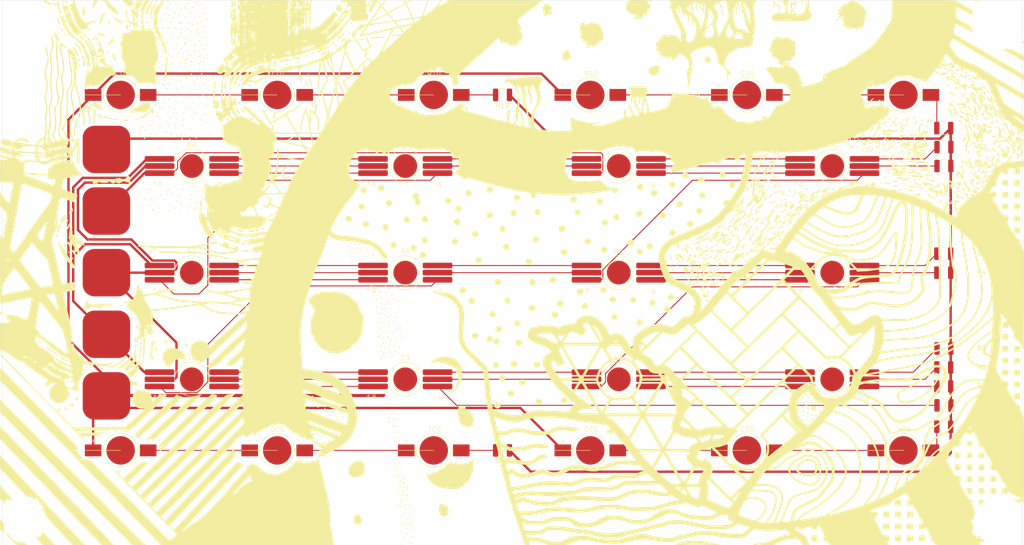
<source format=kicad_pcb>
(kicad_pcb (version 20240108) (generator "pcbnew") (generator_version "8.0")
  (layers (0 "F.Cu" signal) (31 "B.Cu" signal) (34 "B.Paste" user) (35 "F.Paste" user) (36 "B.SilkS" user "B.Silkscreen") (37 "F.SilkS" user "F.Silkscreen") (38 "B.Mask" user) (39 "F.Mask" user) (44 "Edge.Cuts" user))
  (net 0 "")
  (net 1 "G+")
  (net 2 "Net-(D1-RK)")
  (net 3 "Net-(D1-GK)")
  (net 4 "Net-(D1-RA)")
  (net 5 "Net-(D1-BK)")
  (net 6 "B+")
  (net 7 "Net-(D2-RK)")
  (net 8 "Net-(D2-BK)")
  (net 9 "Net-(D2-GK)")
  (net 10 "Net-(D3-BA)")
  (net 11 "Net-(D3-GK)")
  (net 12 "Net-(D3-RA)")
  (net 13 "Net-(D3-RK)")
  (net 14 "Net-(D3-GA)")
  (net 15 "Net-(D3-BK)")
  (net 16 "Net-(D4-RA)")
  (net 17 "Net-(D10-RK)")
  (net 18 "Net-(D5-GK)")
  (net 19 "Net-(D5-BK)")
  (net 20 "Net-(D5-RK)")
  (net 21 "Net-(D6-BK)")
  (net 22 "Net-(D6-GK)")
  (net 23 "Net-(D7-GA)")
  (net 24 "Net-(D7-BK)")
  (net 25 "Net-(D7-BA)")
  (net 26 "Net-(D7-GK)")
  (net 27 "Net-(D7-RA)")
  (net 28 "Net-(D11-RK)")
  (net 29 "R+")
  (net 30 "Net-(D10-RA)")
  (net 31 "Net-(D10-BA)")
  (net 32 "Net-(D10-GA)")
  (net 33 "Net-(D10-GK)")
  (net 34 "Net-(D10-BK)")
  (net 35 "Net-(D11-BK)")
  (net 36 "Net-(D11-GA)")
  (net 37 "Net-(D11-BA)")
  (net 38 "Net-(D11-GK)")
  (net 39 "Net-(D11-RA)")
  (net 40 "W+")
  (net 41 "Net-(D13-K)")
  (net 42 "Net-(D14-K)")
  (net 43 "Net-(D14-A)")
  (net 44 "Net-(D15-A)")
  (net 45 "Net-(D17-K)")
  (net 46 "Net-(D18-K)")
  (net 47 "Net-(D19-K)")
  (net 48 "Net-(D20-K)")
  (net 49 "Net-(D21-K)")
  (net 50 "Net-(D22-K)")
  (net 51 "Net-(D23-K)")
  (net 52 "Net-(D24-K)")
  (net 53 "GND")
  (footprint "Resistor_SMD:R_1210_3225Metric" (layer "F.Cu") (at 263.5 92.5)
    (property "Reference" "R6" (at 8 0 0) (layer "F.SilkS"))
    (property "Value" "1R")
    (pad "1" smd roundrect (at -1.4625 0) (size 1.125 2.65) (layers "F.Cu" "F.Paste" "F.Mask") (roundrect_rratio 0.222222) (net 11 "Net-(D3-GK)"))
    (pad "2" smd roundrect (at 1.4625 0) (size 1.125 2.65) (layers "F.Cu" "F.Paste" "F.Mask") (roundrect_rratio 0.222222) (net 53 "GND"))
  )
  (footprint "chrislib:RGB LED" (layer "F.Cu") (at 195 72.5 180)
    (property "Reference" "D8" (at 0 4.6 180) (layer "F.SilkS") (effects (font (thickness 0.1))))
    (property "Value" "LED_RGB")
    (fp_text user "R-" (at -7.9 -3.3 180) (layer "F.SilkS") (effects (font (thickness 0.1)) (justify left bottom)))
    (fp_text user "R+" (at 6.075 -3 180) (layer "F.SilkS") (effects (font (thickness 0.1)) (justify left bottom)))
    (pad "0" smd circle (at 0 0 180) (size 5 5) (layers "F.Cu" "F.Paste" "F.Mask"))
    (pad "1" smd roundrect (at -6.8 -1.5 180) (size 6.25 1.2) (layers "F.Cu" "F.Paste" "F.Mask") (net 27 "Net-(D7-RA)"))
    (pad "2" smd roundrect (at -6.8 0 180) (size 6.25 1.2) (layers "F.Cu" "F.Paste" "F.Mask") (net 23 "Net-(D7-GA)"))
    (pad "3" smd roundrect (at -6.8 1.5 180) (size 6.25 1.2) (layers "F.Cu" "F.Paste" "F.Mask") (net 25 "Net-(D7-BA)"))
    (pad "4" smd roundrect (at 6.8 1.5 180) (size 6.25 1.2) (layers "F.Cu" "F.Paste" "F.Mask") (net 21 "Net-(D6-BK)"))
    (pad "5" smd roundrect (at 6.8 0 180) (size 6.25 1.2) (layers "F.Cu" "F.Paste" "F.Mask") (net 22 "Net-(D6-GK)"))
    (pad "6" smd roundrect (at 6.8 -1.5 180) (size 6.25 1.2) (layers "F.Cu" "F.Paste" "F.Mask") (net 28 "Net-(D11-RK)"))
  )
  (footprint "chrislib:White Led Aliexpress ones" (layer "F.Cu") (at 222 110 180)
    (property "Reference" "D23" (at -0.1 4.5 180) (layer "F.SilkS") (effects (font (thickness 0.1))))
    (property "Value" "LED")
    (fp_text user "-" (at -6.5 2.3 180) (layer "F.SilkS") (effects (font (thickness 0.1)) (justify left bottom)))
    (fp_text user "+" (at 5.1 2.5 180) (layer "F.SilkS") (effects (font (thickness 0.1)) (justify left bottom)))
    (pad "0" smd circle (at 0 0 180) (size 6 6) (layers "F.Cu" "F.Paste" "F.Mask"))
    (pad "1" smd roundrect (at -5.8 0 180) (size 3.5 2.5) (layers "F.Cu" "F.Paste" "F.Mask") (roundrect_rratio 0.04166666667) (net 51 "Net-(D23-K)"))
    (pad "2" smd roundrect (at 5.8 0 180) (size 3.5 2.5) (layers "F.Cu" "F.Paste" "F.Mask") (roundrect_rratio 0.04166666667) (net 50 "Net-(D22-K)"))
  )
  (footprint "MountingHole:MountingHole_3.2mm_M3" (layer "F.Cu") (at 70 20)
    (property "Reference" "REF**" (hide yes))
    (property "Value" "MountingHole_3.2mm_M3" (hide yes))
    (pad "" np_thru_hole circle (at 0 0) (size 3.2 3.2) (drill 3.2) (layers "*.Cu" "*.Mask"))
  )
  (footprint "Resistor_SMD:R_1210_3225Metric" (layer "F.Cu") (at 263.5 68.5)
    (property "Reference" "R3" (at 8 0 0) (layer "F.SilkS"))
    (property "Value" "1R")
    (pad "1" smd roundrect (at -1.4625 0) (size 1.125 2.65) (layers "F.Cu" "F.Paste" "F.Mask") (roundrect_rratio 0.222222) (net 24 "Net-(D7-BK)"))
    (pad "2" smd roundrect (at 1.4625 0) (size 1.125 2.65) (layers "F.Cu" "F.Paste" "F.Mask") (roundrect_rratio 0.222222) (net 53 "GND"))
  )
  (footprint "chrislib:RGB LED" (layer "F.Cu") (at 240 72.5 180)
    (property "Reference" "D7" (at 0 4.6 180) (layer "F.SilkS") (effects (font (thickness 0.1))))
    (property "Value" "LED_RGB")
    (fp_text user "R+" (at 6.075 -3 180) (layer "F.SilkS") (effects (font (thickness 0.1)) (justify left bottom)))
    (fp_text user "R-" (at -7.9 -3.3 180) (layer "F.SilkS") (effects (font (thickness 0.1)) (justify left bottom)))
    (pad "0" smd circle (at 0 0 180) (size 5 5) (layers "F.Cu" "F.Paste" "F.Mask"))
    (pad "1" smd roundrect (at -6.8 -1.5 180) (size 6.25 1.2) (layers "F.Cu" "F.Paste" "F.Mask") (net 16 "Net-(D4-RA)"))
    (pad "2" smd roundrect (at -6.8 0 180) (size 6.25 1.2) (layers "F.Cu" "F.Paste" "F.Mask") (net 26 "Net-(D7-GK)"))
    (pad "3" smd roundrect (at -6.8 1.5 180) (size 6.25 1.2) (layers "F.Cu" "F.Paste" "F.Mask") (net 24 "Net-(D7-BK)"))
    (pad "4" smd roundrect (at 6.8 1.5 180) (size 6.25 1.2) (layers "F.Cu" "F.Paste" "F.Mask") (net 25 "Net-(D7-BA)"))
    (pad "5" smd roundrect (at 6.8 0 180) (size 6.25 1.2) (layers "F.Cu" "F.Paste" "F.Mask") (net 23 "Net-(D7-GA)"))
    (pad "6" smd roundrect (at 6.8 -1.5 180) (size 6.25 1.2) (layers "F.Cu" "F.Paste" "F.Mask") (net 27 "Net-(D7-RA)"))
  )
  (footprint "chrislib:White Led Aliexpress ones" (layer "F.Cu") (at 222 35 180)
    (property "Reference" "D15" (at -0.1 4.5 180) (layer "F.SilkS") (effects (font (thickness 0.1))))
    (property "Value" "LED")
    (fp_text user "+" (at 5.1 2.5 180) (layer "F.SilkS") (effects (font (thickness 0.1)) (justify left bottom)))
    (fp_text user "-" (at -6.5 2.3 180) (layer "F.SilkS") (effects (font (thickness 0.1)) (justify left bottom)))
    (pad "0" smd circle (at 0 0 180) (size 6 6) (layers "F.Cu" "F.Paste" "F.Mask"))
    (pad "1" smd roundrect (at -5.8 0 180) (size 3.5 2.5) (layers "F.Cu" "F.Paste" "F.Mask") (roundrect_rratio 0.04166666667) (net 43 "Net-(D14-A)"))
    (pad "2" smd roundrect (at 5.8 0 180) (size 3.5 2.5) (layers "F.Cu" "F.Paste" "F.Mask") (roundrect_rratio 0.04166666667) (net 44 "Net-(D15-A)"))
  )
  (footprint "Resistor_SMD:R_1210_3225Metric" (layer "F.Cu") (at 263.5 105 180)
    (property "Reference" "R12" (at -8.5 0 180) (layer "F.SilkS"))
    (property "Value" "R")
    (pad "1" smd roundrect (at -1.4625 0 180) (size 1.125 2.65) (layers "F.Cu" "F.Paste" "F.Mask") (roundrect_rratio 0.222222) (net 53 "GND"))
    (pad "2" smd roundrect (at 1.4625 0 180) (size 1.125 2.65) (layers "F.Cu" "F.Paste" "F.Mask") (roundrect_rratio 0.222222) (net 52 "Net-(D24-K)"))
  )
  (footprint "LOGO" (layer "F.Cu") (at 172.5 72.5)
    (property "Reference" "G***" (hide yes))
    (property "Value" "LOGO" (hide yes))
  )
  (footprint "chrislib:RGB LED" (layer "F.Cu") (at 105 50 180)
    (property "Reference" "D9" (at 0 4.6 180) (layer "F.SilkS") (effects (font (thickness 0.1))))
    (property "Value" "LED_RGB")
    (fp_text user "R-" (at -7.9 -3.3 180) (layer "F.SilkS") (effects (font (thickness 0.1)) (justify left bottom)))
    (fp_text user "R+" (at 6.075 -3 180) (layer "F.SilkS") (effects (font (thickness 0.1)) (justify left bottom)))
    (pad "0" smd circle (at 0 0 180) (size 5 5) (layers "F.Cu" "F.Paste" "F.Mask"))
    (pad "1" smd roundrect (at -6.8 -1.5 180) (size 6.25 1.2) (layers "F.Cu" "F.Paste" "F.Mask") (net 30 "Net-(D10-RA)"))
    (pad "2" smd roundrect (at -6.8 0 180) (size 6.25 1.2) (layers "F.Cu" "F.Paste" "F.Mask") (net 32 "Net-(D10-GA)"))
    (pad "3" smd roundrect (at -6.8 1.5 180) (size 6.25 1.2) (layers "F.Cu" "F.Paste" "F.Mask") (net 31 "Net-(D10-BA)"))
    (pad "4" smd roundrect (at 6.8 1.5 180) (size 6.25 1.2) (layers "F.Cu" "F.Paste" "F.Mask") (net 6 "B+"))
    (pad "5" smd roundrect (at 6.8 0 180) (size 6.25 1.2) (layers "F.Cu" "F.Paste" "F.Mask") (net 1 "G+"))
    (pad "6" smd roundrect (at 6.8 -1.5 180) (size 6.25 1.2) (layers "F.Cu" "F.Paste" "F.Mask") (net 29 "R+"))
  )
  (footprint "chrislib:White Led Aliexpress ones" (layer "F.Cu") (at 90 110 180)
    (property "Reference" "D19" (at -0.1 4.5 180) (layer "F.SilkS") (effects (font (thickness 0.1))))
    (property "Value" "LED")
    (fp_text user "-" (at -6.5 2.3 180) (layer "F.SilkS") (effects (font (thickness 0.1)) (justify left bottom)))
    (fp_text user "+" (at 5.1 2.5 180) (layer "F.SilkS") (effects (font (thickness 0.1)) (justify left bottom)))
    (pad "0" smd circle (at 0 0 180) (size 6 6) (layers "F.Cu" "F.Paste" "F.Mask"))
    (pad "1" smd roundrect (at -5.8 0 180) (size 3.5 2.5) (layers "F.Cu" "F.Paste" "F.Mask") (roundrect_rratio 0.04166666667) (net 47 "Net-(D19-K)"))
    (pad "2" smd roundrect (at 5.8 0 180) (size 3.5 2.5) (layers "F.Cu" "F.Paste" "F.Mask") (roundrect_rratio 0.04166666667) (net 40 "W+"))
  )
  (footprint "Resistor_SMD:R_1210_3225Metric" (layer "F.Cu") (at 263.5 96.5)
    (property "Reference" "R7" (at 8 0 0) (layer "F.SilkS"))
    (property "Value" "3R6")
    (pad "1" smd roundrect (at -1.4625 0) (size 1.125 2.65) (layers "F.Cu" "F.Paste" "F.Mask") (roundrect_rratio 0.222222) (net 13 "Net-(D3-RK)"))
    (pad "2" smd roundrect (at 1.4625 0) (size 1.125 2.65) (layers "F.Cu" "F.Paste" "F.Mask") (roundrect_rratio 0.222222) (net 53 "GND"))
  )
  (footprint "MountingHole:MountingHole_3.2mm_M3" (layer "F.Cu") (at 70 125)
    (property "Reference" "REF**" (hide yes))
    (property "Value" "MountingHole_3.2mm_M3" (hide yes))
    (pad "" np_thru_hole circle (at 0 0) (size 3.2 3.2) (drill 3.2) (layers "*.Cu" "*.Mask"))
  )
  (footprint "chrislib:RGB LED" (layer "F.Cu") (at 240 95 180)
    (property "Reference" "D3" (at 0 4.6 180) (layer "F.SilkS") (effects (font (thickness 0.1))))
    (property "Value" "LED_RGB")
    (fp_text user "R-" (at -7.9 -3.3 180) (layer "F.SilkS") (effects (font (thickness 0.1)) (justify left bottom)))
    (fp_text user "R+" (at 6.075 -3 180) (layer "F.SilkS") (effects (font (thickness 0.1)) (justify left bottom)))
    (pad "0" smd circle (at 0 0 180) (size 5 5) (layers "F.Cu" "F.Paste" "F.Mask"))
    (pad "1" smd roundrect (at -6.8 -1.5 180) (size 6.25 1.2) (layers "F.Cu" "F.Paste" "F.Mask") (net 13 "Net-(D3-RK)"))
    (pad "2" smd roundrect (at -6.8 0 180) (size 6.25 1.2) (layers "F.Cu" "F.Paste" "F.Mask") (net 11 "Net-(D3-GK)"))
    (pad "3" smd roundrect (at -6.8 1.5 180) (size 6.25 1.2) (layers "F.Cu" "F.Paste" "F.Mask") (net 15 "Net-(D3-BK)"))
    (pad "4" smd roundrect (at 6.8 1.5 180) (size 6.25 1.2) (layers "F.Cu" "F.Paste" "F.Mask") (net 10 "Net-(D3-BA)"))
    (pad "5" smd roundrect (at 6.8 0 180) (size 6.25 1.2) (layers "F.Cu" "F.Paste" "F.Mask") (net 14 "Net-(D3-GA)"))
    (pad "6" smd roundrect (at 6.8 -1.5 180) (size 6.25 1.2) (layers "F.Cu" "F.Paste" "F.Mask") (net 12 "Net-(D3-RA)"))
  )
  (footprint "Resistor_SMD:R_1210_3225Metric" (layer "F.Cu") (at 170.5 110 180)
    (property "Reference" "R11" (at 0 -2.28 180) (layer "F.SilkS"))
    (property "Value" "R")
    (pad "1" smd roundrect (at -1.4625 0 180) (size 1.125 2.65) (layers "F.Cu" "F.Paste" "F.Mask") (roundrect_rratio 0.222222) (net 53 "GND"))
    (pad "2" smd roundrect (at 1.4625 0 180) (size 1.125 2.65) (layers "F.Cu" "F.Paste" "F.Mask") (roundrect_rratio 0.222222) (net 49 "Net-(D21-K)"))
  )
  (footprint "MountingHole:MountingHole_3.2mm_M3" (layer "F.Cu") (at 275 20)
    (property "Reference" "REF**" (hide yes))
    (property "Value" "MountingHole_3.2mm_M3" (hide yes))
    (pad "" np_thru_hole circle (at 0 0) (size 3.2 3.2) (drill 3.2) (layers "*.Cu" "*.Mask"))
  )
  (footprint "chrislib:RGB LED" (layer "F.Cu") (at 195 95 180)
    (property "Reference" "D4" (at 0 4.6 180) (layer "F.SilkS") (effects (font (thickness 0.1))))
    (property "Value" "LED_RGB")
    (fp_text user "R-" (at -7.9 -3.3 180) (layer "F.SilkS") (effects (font (thickness 0.1)) (justify left bottom)))
    (fp_text user "R+" (at 6.075 -3 180) (layer "F.SilkS") (effects (font (thickness 0.1)) (justify left bottom)))
    (pad "0" smd circle (at 0 0 180) (size 5 5) (layers "F.Cu" "F.Paste" "F.Mask"))
    (pad "1" smd roundrect (at -6.8 -1.5 180) (size 6.25 1.2) (layers "F.Cu" "F.Paste" "F.Mask") (net 12 "Net-(D3-RA)"))
    (pad "2" smd roundrect (at -6.8 0 180) (size 6.25 1.2) (layers "F.Cu" "F.Paste" "F.Mask") (net 14 "Net-(D3-GA)"))
    (pad "3" smd roundrect (at -6.8 1.5 180) (size 6.25 1.2) (layers "F.Cu" "F.Paste" "F.Mask") (net 10 "Net-(D3-BA)"))
    (pad "4" smd roundrect (at 6.8 1.5 180) (size 6.25 1.2) (layers "F.Cu" "F.Paste" "F.Mask") (net 8 "Net-(D2-BK)"))
    (pad "5" smd roundrect (at 6.8 0 180) (size 6.25 1.2) (layers "F.Cu" "F.Paste" "F.Mask") (net 9 "Net-(D2-GK)"))
    (pad "6" smd roundrect (at 6.8 -1.5 180) (size 6.25 1.2) (layers "F.Cu" "F.Paste" "F.Mask") (net 16 "Net-(D4-RA)"))
  )
  (footprint "Resistor_SMD:R_1210_3225Metric" (layer "F.Cu") (at 263.5375 100.5)
    (property "Reference" "R8" (at 7.9625 0 0) (layer "F.SilkS"))
    (property "Value" "3R6")
    (pad "1" smd roundrect (at -1.4625 0) (size 1.125 2.65) (layers "F.Cu" "F.Paste" "F.Mask") (roundrect_rratio 0.222222) (net 7 "Net-(D2-RK)"))
    (pad "2" smd roundrect (at 1.4625 0) (size 1.125 2.65) (layers "F.Cu" "F.Paste" "F.Mask") (roundrect_rratio 0.222222) (net 53 "GND"))
  )
  (footprint "chrislib:5 pin connector" (layer "F.Cu") (at 87 72.5)
    (property "Reference" "J1" (at 0 50 0) (layer "F.SilkS") (effects (font (thickness 0.1))))
    (property "Value" "DMX Decoder")
    (fp_text user "COM" (at -21 -22.5 0) (layer "F.SilkS") (effects (font (size 5 5) (thickness 0.5)) (justify left bottom)))
    (pad "1" smd roundrect (at 0 -26) (size 10 10) (layers "F.Cu" "F.Paste" "F.Mask") (net 53 "GND"))
    (pad "2" smd roundrect (at 0 -13) (size 10 10) (layers "F.Cu" "F.Paste" "F.Mask") (net 29 "R+"))
    (pad "3" smd roundrect (at 0 0) (size 10 10) (layers "F.Cu" "F.Paste" "F.Mask") (net 1 "G+"))
    (pad "4" smd roundrect (at 0 13) (size 10 10) (layers "F.Cu" "F.Paste" "F.Mask") (net 6 "B+"))
    (pad "5" smd roundrect (at 0 26) (size 10 10) (layers "F.Cu" "F.Paste" "F.Mask") (net 40 "W+"))
  )
  (footprint "chrislib:White Led Aliexpress ones" (layer "F.Cu") (at 156 110 180)
    (property "Reference" "D21" (at -0.1 4.5 180) (layer "F.SilkS") (effects (font (thickness 0.1))))
    (property "Value" "LED")
    (fp_text user "-" (at -6.5 2.3 180) (layer "F.SilkS") (effects (font (thickness 0.1)) (justify left bottom)))
    (fp_text user "+" (at 5.1 2.5 180) (layer "F.SilkS") (effects (font (thickness 0.1)) (justify left bottom)))
    (pad "0" smd circle (at 0 0 180) (size 6 6) (layers "F.Cu" "F.Paste" "F.Mask"))
    (pad "1" smd roundrect (at -5.8 0 180) (size 3.5 2.5) (layers "F.Cu" "F.Paste" "F.Mask") (roundrect_rratio 0.04166666667) (net 49 "Net-(D21-K)"))
    (pad "2" smd roundrect (at 5.8 0 180) (size 3.5 2.5) (layers "F.Cu" "F.Paste" "F.Mask") (roundrect_rratio 0.04166666667) (net 48 "Net-(D20-K)"))
  )
  (footprint "MountingHole:MountingHole_3.2mm_M3" (layer "F.Cu") (at 275 125)
    (property "Reference" "REF**" (hide yes))
    (property "Value" "MountingHole_3.2mm_M3" (hide yes))
    (pad "" np_thru_hole circle (at 0 0) (size 3.2 3.2) (drill 3.2) (layers "*.Cu" "*.Mask"))
  )
  (footprint "chrislib:White Led Aliexpress ones" (layer "F.Cu") (at 123 35 180)
    (property "Reference" "D17" (at -0.1 4.5 180) (layer "F.SilkS") (effects (font (thickness 0.1))))
    (property "Value" "LED")
    (fp_text user "-" (at -6.5 2.3 180) (layer "F.SilkS") (effects (font (thickness 0.1)) (justify left bottom)))
    (fp_text user "+" (at 5.1 2.5 180) (layer "F.SilkS") (effects (font (thickness 0.1)) (justify left bottom)))
    (pad "0" smd circle (at 0 0 180) (size 6 6) (layers "F.Cu" "F.Paste" "F.Mask"))
    (pad "1" smd roundrect (at -5.8 0 180) (size 3.5 2.5) (layers "F.Cu" "F.Paste" "F.Mask") (roundrect_rratio 0.04166666667) (net 45 "Net-(D17-K)"))
    (pad "2" smd roundrect (at 5.8 0 180) (size 3.5 2.5) (layers "F.Cu" "F.Paste" "F.Mask") (roundrect_rratio 0.04166666667) (net 41 "Net-(D13-K)"))
  )
  (footprint "chrislib:White Led Aliexpress ones" (layer "F.Cu") (at 255 35 180)
    (property "Reference" "D14" (at -0.1 4.5 180) (layer "F.SilkS") (effects (font (thickness 0.1))))
    (property "Value" "LED")
    (fp_text user "-" (at -6.5 2.3 180) (layer "F.SilkS") (effects (font (thickness 0.1)) (justify left bottom)))
    (fp_text user "+" (at 5.1 2.5 180) (layer "F.SilkS") (effects (font (thickness 0.1)) (justify left bottom)))
    (pad "0" smd circle (at 0 0 180) (size 6 6) (layers "F.Cu" "F.Paste" "F.Mask"))
    (pad "1" smd roundrect (at -5.8 0 180) (size 3.5 2.5) (layers "F.Cu" "F.Paste" "F.Mask") (roundrect_rratio 0.04166666667) (net 42 "Net-(D14-K)"))
    (pad "2" smd roundrect (at 5.8 0 180) (size 3.5 2.5) (layers "F.Cu" "F.Paste" "F.Mask") (roundrect_rratio 0.04166666667) (net 43 "Net-(D14-A)"))
  )
  (footprint "Resistor_SMD:R_1210_3225Metric" (layer "F.Cu") (at 263.5 72.5)
    (property "Reference" "R4" (at 8 0 0) (layer "F.SilkS"))
    (property "Value" "1R")
    (pad "1" smd roundrect (at -1.4625 0) (size 1.125 2.65) (layers "F.Cu" "F.Paste" "F.Mask") (roundrect_rratio 0.222222) (net 26 "Net-(D7-GK)"))
    (pad "2" smd roundrect (at 1.4625 0) (size 1.125 2.65) (layers "F.Cu" "F.Paste" "F.Mask") (roundrect_rratio 0.222222) (net 53 "GND"))
  )
  (footprint "chrislib:RGB LED" (layer "F.Cu") (at 105 95 180)
    (property "Reference" "D1" (at 0 4.6 180) (layer "F.SilkS") (effects (font (thickness 0.1))))
    (property "Value" "LED_RGB")
    (fp_text user "R-" (at -7.9 -3.3 180) (layer "F.SilkS") (effects (font (thickness 0.1)) (justify left bottom)))
    (fp_text user "R+" (at 6.075 -3 180) (layer "F.SilkS") (effects (font (thickness 0.1)) (justify left bottom)))
    (pad "0" smd circle (at 0 0 180) (size 5 5) (layers "F.Cu" "F.Paste" "F.Mask"))
    (pad "1" smd roundrect (at -6.8 -1.5 180) (size 6.25 1.2) (layers "F.Cu" "F.Paste" "F.Mask") (net 2 "Net-(D1-RK)"))
    (pad "2" smd roundrect (at -6.8 0 180) (size 6.25 1.2) (layers "F.Cu" "F.Paste" "F.Mask") (net 3 "Net-(D1-GK)"))
    (pad "3" smd roundrect (at -6.8 1.5 180) (size 6.25 1.2) (layers "F.Cu" "F.Paste" "F.Mask") (net 5 "Net-(D1-BK)"))
    (pad "4" smd roundrect (at 6.8 1.5 180) (size 6.25 1.2) (layers "F.Cu" "F.Paste" "F.Mask") (net 6 "B+"))
    (pad "5" smd roundrect (at 6.8 0 180) (size 6.25 1.2) (layers "F.Cu" "F.Paste" "F.Mask") (net 1 "G+"))
    (pad "6" smd roundrect (at 6.8 -1.5 180) (size 6.25 1.2) (layers "F.Cu" "F.Paste" "F.Mask") (net 4 "Net-(D1-RA)"))
  )
  (footprint "chrislib:White Led Aliexpress ones" (layer "F.Cu") (at 156 35 180)
    (property "Reference" "D18" (at -0.1 4.5 180) (layer "F.SilkS") (effects (font (thickness 0.1))))
    (property "Value" "LED")
    (fp_text user "+" (at 5.1 2.5 180) (layer "F.SilkS") (effects (font (thickness 0.1)) (justify left bottom)))
    (fp_text user "-" (at -6.5 2.3 180) (layer "F.SilkS") (effects (font (thickness 0.1)) (justify left bottom)))
    (pad "0" smd circle (at 0 0 180) (size 6 6) (layers "F.Cu" "F.Paste" "F.Mask"))
    (pad "1" smd roundrect (at -5.8 0 180) (size 3.5 2.5) (layers "F.Cu" "F.Paste" "F.Mask") (roundrect_rratio 0.04166666667) (net 46 "Net-(D18-K)"))
    (pad "2" smd roundrect (at 5.8 0 180) (size 3.5 2.5) (layers "F.Cu" "F.Paste" "F.Mask") (roundrect_rratio 0.04166666667) (net 45 "Net-(D17-K)"))
  )
  (footprint "chrislib:White Led Aliexpress ones" (layer "F.Cu") (at 255 110 180)
    (property "Reference" "D24" (at -0.1 4.5 180) (layer "F.SilkS") (effects (font (thickness 0.1))))
    (property "Value" "LED")
    (fp_text user "+" (at 5.1 2.5 180) (layer "F.SilkS") (effects (font (thickness 0.1)) (justify left bottom)))
    (fp_text user "-" (at -6.5 2.3 180) (layer "F.SilkS") (effects (font (thickness 0.1)) (justify left bottom)))
    (pad "0" smd circle (at 0 0 180) (size 6 6) (layers "F.Cu" "F.Paste" "F.Mask"))
    (pad "1" smd roundrect (at -5.8 0 180) (size 3.5 2.5) (layers "F.Cu" "F.Paste" "F.Mask") (roundrect_rratio 0.04166666667) (net 52 "Net-(D24-K)"))
    (pad "2" smd roundrect (at 5.8 0 180) (size 3.5 2.5) (layers "F.Cu" "F.Paste" "F.Mask") (roundrect_rratio 0.04166666667) (net 51 "Net-(D23-K)"))
  )
  (footprint "Resistor_SMD:R_1210_3225Metric" (layer "F.Cu") (at 263.5 42 180)
    (property "Reference" "R9" (at -8 0 180) (layer "F.SilkS"))
    (property "Value" "R")
    (pad "1" smd roundrect (at -1.4625 0 180) (size 1.125 2.65) (layers "F.Cu" "F.Paste" "F.Mask") (roundrect_rratio 0.222222) (net 53 "GND"))
    (pad "2" smd roundrect (at 1.4625 0 180) (size 1.125 2.65) (layers "F.Cu" "F.Paste" "F.Mask") (roundrect_rratio 0.222222) (net 42 "Net-(D14-K)"))
  )
  (footprint "chrislib:RGB LED" (layer "F.Cu") (at 240 50 180)
    (property "Reference" "D11" (at 0 4.6 180) (layer "F.SilkS") (effects (font (thickness 0.1))))
    (property "Value" "LED_RGB")
    (fp_text user "R-" (at -7.9 -3.3 180) (layer "F.SilkS") (effects (font (thickness 0.1)) (justify left bottom)))
    (fp_text user "R+" (at 6.075 -3 180) (layer "F.SilkS") (effects (font (thickness 0.1)) (justify left bottom)))
    (pad "0" smd circle (at 0 0 180) (size 5 5) (layers "F.Cu" "F.Paste" "F.Mask"))
    (pad "1" smd roundrect (at -6.8 -1.5 180) (size 6.25 1.2) (layers "F.Cu" "F.Paste" "F.Mask") (net 28 "Net-(D11-RK)"))
    (pad "2" smd roundrect (at -6.8 0 180) (size 6.25 1.2) (layers "F.Cu" "F.Paste" "F.Mask") (net 38 "Net-(D11-GK)"))
    (pad "3" smd roundrect (at -6.8 1.5 180) (size 6.25 1.2) (layers "F.Cu" "F.Paste" "F.Mask") (net 35 "Net-(D11-BK)"))
    (pad "4" smd roundrect (at 6.8 1.5 180) (size 6.25 1.2) (layers "F.Cu" "F.Paste" "F.Mask") (net 37 "Net-(D11-BA)"))
    (pad "5" smd roundrect (at 6.8 0 180) (size 6.25 1.2) (layers "F.Cu" "F.Paste" "F.Mask") (net 36 "Net-(D11-GA)"))
    (pad "6" smd roundrect (at 6.8 -1.5 180) (size 6.25 1.2) (layers "F.Cu" "F.Paste" "F.Mask") (net 39 "Net-(D11-RA)"))
  )
  (footprint "chrislib:White Led Aliexpress ones" (layer "F.Cu") (at 189 110 180)
    (property "Reference" "D22" (at -0.1 4.5 180) (layer "F.SilkS") (effects (font (thickness 0.1))))
    (property "Value" "LED")
    (fp_text user "+" (at 5.1 2.5 180) (layer "F.SilkS") (effects (font (thickness 0.1)) (justify left bottom)))
    (fp_text user "-" (at -6.5 2.3 180) (layer "F.SilkS") (effects (font (thickness 0.1)) (justify left bottom)))
    (pad "0" smd circle (at 0 0 180) (size 6 6) (layers "F.Cu" "F.Paste" "F.Mask"))
    (pad "1" smd roundrect (at -5.8 0 180) (size 3.5 2.5) (layers "F.Cu" "F.Paste" "F.Mask") (roundrect_rratio 0.04166666667) (net 50 "Net-(D22-K)"))
    (pad "2" smd roundrect (at 5.8 0 180) (size 3.5 2.5) (layers "F.Cu" "F.Paste" "F.Mask") (roundrect_rratio 0.04166666667) (net 40 "W+"))
  )
  (footprint "chrislib:RGB LED" (layer "F.Cu") (at 150 72.5 180)
    (property "Reference" "D6" (at 0 4.6 180) (layer "F.SilkS") (effects (font (thickness 0.1))))
    (property "Value" "LED_RGB")
    (fp_text user "R-" (at -7.9 -3.3 180) (layer "F.SilkS") (effects (font (thickness 0.1)) (justify left bottom)))
    (fp_text user "R+" (at 6.075 -3 180) (layer "F.SilkS") (effects (font (thickness 0.1)) (justify left bottom)))
    (pad "0" smd circle (at 0 0 180) (size 5 5) (layers "F.Cu" "F.Paste" "F.Mask"))
    (pad "1" smd roundrect (at -6.8 -1.5 180) (size 6.25 1.2) (layers "F.Cu" "F.Paste" "F.Mask") (net 4 "Net-(D1-RA)"))
    (pad "2" smd roundrect (at -6.8 0 180) (size 6.25 1.2) (layers "F.Cu" "F.Paste" "F.Mask") (net 22 "Net-(D6-GK)"))
    (pad "3" smd roundrect (at -6.8 1.5 180) (size 6.25 1.2) (layers "F.Cu" "F.Paste" "F.Mask") (net 21 "Net-(D6-BK)"))
    (pad "4" smd roundrect (at 6.8 1.5 180) (size 6.25 1.2) (layers "F.Cu" "F.Paste" "F.Mask") (net 19 "Net-(D5-BK)"))
    (pad "5" smd roundrect (at 6.8 0 180) (size 6.25 1.2) (layers "F.Cu" "F.Paste" "F.Mask") (net 18 "Net-(D5-GK)"))
    (pad "6" smd roundrect (at 6.8 -1.5 180) (size 6.25 1.2) (layers "F.Cu" "F.Paste" "F.Mask") (net 20 "Net-(D5-RK)"))
  )
  (footprint "chrislib:RGB LED" (layer "F.Cu") (at 195 50 180)
    (property "Reference" "D12" (at 0 4.6 180) (layer "F.SilkS") (effects (font (thickness 0.1))))
    (property "Value" "LED_RGB")
    (fp_text user "R+" (at 6.075 -3 180) (layer "F.SilkS") (effects (font (thickness 0.1)) (justify left bottom)))
    (fp_text user "R-" (at -7.9 -3.3 180) (layer "F.SilkS") (effects (font (thickness 0.1)) (justify left bottom)))
    (pad "0" smd circle (at 0 0 180) (size 5 5) (layers "F.Cu" "F.Paste" "F.Mask"))
    (pad "1" smd roundrect (at -6.8 -1.5 180) (size 6.25 1.2) (layers "F.Cu" "F.Paste" "F.Mask") (net 39 "Net-(D11-RA)"))
    (pad "2" smd roundrect (at -6.8 0 180) (size 6.25 1.2) (layers "F.Cu" "F.Paste" "F.Mask") (net 36 "Net-(D11-GA)"))
    (pad "3" smd roundrect (at -6.8 1.5 180) (size 6.25 1.2) (layers "F.Cu" "F.Paste" "F.Mask") (net 37 "Net-(D11-BA)"))
    (pad "4" smd roundrect (at 6.8 1.5 180) (size 6.25 1.2) (layers "F.Cu" "F.Paste" "F.Mask") (net 34 "Net-(D10-BK)"))
    (pad "5" smd roundrect (at 6.8 0 180) (size 6.25 1.2) (layers "F.Cu" "F.Paste" "F.Mask") (net 33 "Net-(D10-GK)"))
    (pad "6" smd roundrect (at 6.8 -1.5 180) (size 6.25 1.2) (layers "F.Cu" "F.Paste" "F.Mask") (net 29 "R+"))
  )
  (footprint "chrislib:White Led Aliexpress ones" (layer "F.Cu") (at 123 110 180)
    (property "Reference" "D20" (at -0.1 4.5 180) (layer "F.SilkS") (effects (font (thickness 0.1))))
    (property "Value" "LED")
    (fp_text user "+" (at 5.1 2.5 180) (layer "F.SilkS") (effects (font (thickness 0.1)) (justify left bottom)))
    (fp_text user "-" (at -6.5 2.3 180) (layer "F.SilkS") (effects (font (thickness 0.1)) (justify left bottom)))
    (pad "0" smd circle (at 0 0 180) (size 6 6) (layers "F.Cu" "F.Paste" "F.Mask"))
    (pad "1" smd roundrect (at -5.8 0 180) (size 3.5 2.5) (layers "F.Cu" "F.Paste" "F.Mask") (roundrect_rratio 0.04166666667) (net 48 "Net-(D20-K)"))
    (pad "2" smd roundrect (at 5.8 0 180) (size 3.5 2.5) (layers "F.Cu" "F.Paste" "F.Mask") (roundrect_rratio 0.04166666667) (net 47 "Net-(D19-K)"))
  )
  (footprint "Resistor_SMD:R_1210_3225Metric" (layer "F.Cu") (at 263.5375 50)
    (property "Reference" "R1" (at 7.9625 0 0) (layer "F.SilkS"))
    (property "Value" "1R")
    (pad "1" smd roundrect (at -1.4625 0) (size 1.125 2.65) (layers "F.Cu" "F.Paste" "F.Mask") (roundrect_rratio 0.222222) (net 38 "Net-(D11-GK)"))
    (pad "2" smd roundrect (at 1.4625 0) (size 1.125 2.65) (layers "F.Cu" "F.Paste" "F.Mask") (roundrect_rratio 0.222222) (net 53 "GND"))
  )
  (footprint "chrislib:RGB LED" (layer "F.Cu") (at 150 95 180)
    (property "Reference" "D2" (at 0 4.6 180) (layer "F.SilkS") (effects (font (thickness 0.1))))
    (property "Value" "LED_RGB")
    (fp_text user "R-" (at -7.9 -3.3 180) (layer "F.SilkS") (effects (font (thickness 0.1)) (justify left bottom)))
    (fp_text user "R+" (at 6.075 -3 180) (layer "F.SilkS") (effects (font (thickness 0.1)) (justify left bottom)))
    (pad "0" smd circle (at 0 0 180) (size 5 5) (layers "F.Cu" "F.Paste" "F.Mask"))
    (pad "1" smd roundrect (at -6.8 -1.5 180) (size 6.25 1.2) (layers "F.Cu" "F.Paste" "F.Mask") (net 7 "Net-(D2-RK)"))
    (pad "2" smd roundrect (at -6.8 0 180) (size 6.25 1.2) (layers "F.Cu" "F.Paste" "F.Mask") (net 9 "Net-(D2-GK)"))
    (pad "3" smd roundrect (at -6.8 1.5 180) (size 6.25 1.2) (layers "F.Cu" "F.Paste" "F.Mask") (net 8 "Net-(D2-BK)"))
    (pad "4" smd roundrect (at 6.8 1.5 180) (size 6.25 1.2) (layers "F.Cu" "F.Paste" "F.Mask") (net 5 "Net-(D1-BK)"))
    (pad "5" smd roundrect (at 6.8 0 180) (size 6.25 1.2) (layers "F.Cu" "F.Paste" "F.Mask") (net 3 "Net-(D1-GK)"))
    (pad "6" smd roundrect (at 6.8 -1.5 180) (size 6.25 1.2) (layers "F.Cu" "F.Paste" "F.Mask") (net 2 "Net-(D1-RK)"))
  )
  (footprint "chrislib:White Led Aliexpress ones" (layer "F.Cu") (at 189 35 180)
    (property "Reference" "D16" (at -0.1 4.5 180) (layer "F.SilkS") (effects (font (thickness 0.1))))
    (property "Value" "LED")
    (fp_text user "+" (at 5.1 2.5 180) (layer "F.SilkS") (effects (font (thickness 0.1)) (justify left bottom)))
    (fp_text user "-" (at -6.5 2.3 180) (layer "F.SilkS") (effects (font (thickness 0.1)) (justify left bottom)))
    (pad "0" smd circle (at 0 0 180) (size 6 6) (layers "F.Cu" "F.Paste" "F.Mask"))
    (pad "1" smd roundrect (at -5.8 0 180) (size 3.5 2.5) (layers "F.Cu" "F.Paste" "F.Mask") (roundrect_rratio 0.04166666667) (net 44 "Net-(D15-A)"))
    (pad "2" smd roundrect (at 5.8 0 180) (size 3.5 2.5) (layers "F.Cu" "F.Paste" "F.Mask") (roundrect_rratio 0.04166666667) (net 40 "W+"))
  )
  (footprint "Resistor_SMD:R_1210_3225Metric" (layer "F.Cu") (at 263.5375 88.5)
    (property "Reference" "R5" (at 7.9625 0 0) (layer "F.SilkS"))
    (property "Value" "1R")
    (pad "1" smd roundrect (at -1.4625 0) (size 1.125 2.65) (layers "F.Cu" "F.Paste" "F.Mask") (roundrect_rratio 0.222222) (net 15 "Net-(D3-BK)"))
    (pad "2" smd roundrect (at 1.4625 0) (size 1.125 2.65) (layers "F.Cu" "F.Paste" "F.Mask") (roundrect_rratio 0.222222) (net 53 "GND"))
  )
  (footprint "chrislib:RGB LED" (layer "F.Cu") (at 150 50 180)
    (property "Reference" "D10" (at 0 4.6 180) (layer "F.SilkS") (effects (font (thickness 0.1))))
    (property "Value" "LED_RGB")
    (fp_text user "R-" (at -7.9 -3.3 180) (layer "F.SilkS") (effects (font (thickness 0.1)) (justify left bottom)))
    (fp_text user "R+" (at 6.075 -3 180) (layer "F.SilkS") (effects (font (thickness 0.1)) (justify left bottom)))
    (pad "0" smd circle (at 0 0 180) (size 5 5) (layers "F.Cu" "F.Paste" "F.Mask"))
    (pad "1" smd roundrect (at -6.8 -1.5 180) (size 6.25 1.2) (layers "F.Cu" "F.Paste" "F.Mask") (net 17 "Net-(D10-RK)"))
    (pad "2" smd roundrect (at -6.8 0 180) (size 6.25 1.2) (layers "F.Cu" "F.Paste" "F.Mask") (net 33 "Net-(D10-GK)"))
    (pad "3" smd roundrect (at -6.8 1.5 180) (size 6.25 1.2) (layers "F.Cu" "F.Paste" "F.Mask") (net 34 "Net-(D10-BK)"))
    (pad "4" smd roundrect (at 6.8 1.5 180) (size 6.25 1.2) (layers "F.Cu" "F.Paste" "F.Mask") (net 31 "Net-(D10-BA)"))
    (pad "5" smd roundrect (at 6.8 0 180) (size 6.25 1.2) (layers "F.Cu" "F.Paste" "F.Mask") (net 32 "Net-(D10-GA)"))
    (pad "6" smd roundrect (at 6.8 -1.5 180) (size 6.25 1.2) (layers "F.Cu" "F.Paste" "F.Mask") (net 30 "Net-(D10-RA)"))
  )
  (footprint "Resistor_SMD:R_1210_3225Metric" (layer "F.Cu") (at 170.5 35 180)
    (property "Reference" "R10" (at 0 -2.28 180) (layer "F.SilkS"))
    (property "Value" "R")
    (pad "1" smd roundrect (at -1.4625 0 180) (size 1.125 2.65) (layers "F.Cu" "F.Paste" "F.Mask") (roundrect_rratio 0.222222) (net 53 "GND"))
    (pad "2" smd roundrect (at 1.4625 0 180) (size 1.125 2.65) (layers "F.Cu" "F.Paste" "F.Mask") (roundrect_rratio 0.222222) (net 46 "Net-(D18-K)"))
  )
  (footprint "chrislib:RGB LED" (layer "F.Cu") (at 105 72.5 180)
    (property "Reference" "D5" (at 0 4.6 180) (layer "F.SilkS") (effects (font (thickness 0.1))))
    (property "Value" "LED_RGB")
    (fp_text user "R-" (at -7.9 -3.3 180) (layer "F.SilkS") (effects (font (thickness 0.1)) (justify left bottom)))
    (fp_text user "R+" (at 6.075 -3 180) (layer "F.SilkS") (effects (font (thickness 0.1)) (justify left bottom)))
    (pad "0" smd circle (at 0 0 180) (size 5 5) (layers "F.Cu" "F.Paste" "F.Mask"))
    (pad "1" smd roundrect (at -6.8 -1.5 180) (size 6.25 1.2) (layers "F.Cu" "F.Paste" "F.Mask") (net 20 "Net-(D5-RK)"))
    (pad "2" smd roundrect (at -6.8 0 180) (size 6.25 1.2) (layers "F.Cu" "F.Paste" "F.Mask") (net 18 "Net-(D5-GK)"))
    (pad "3" smd roundrect (at -6.8 1.5 180) (size 6.25 1.2) (layers "F.Cu" "F.Paste" "F.Mask") (net 19 "Net-(D5-BK)"))
    (pad "4" smd roundrect (at 6.8 1.5 180) (size 6.25 1.2) (layers "F.Cu" "F.Paste" "F.Mask") (net 6 "B+"))
    (pad "5" smd roundrect (at 6.8 0 180) (size 6.25 1.2) (layers "F.Cu" "F.Paste" "F.Mask") (net 1 "G+"))
    (pad "6" smd roundrect (at 6.8 -1.5 180) (size 6.25 1.2) (layers "F.Cu" "F.Paste" "F.Mask") (net 17 "Net-(D10-RK)"))
  )
  (footprint "Resistor_SMD:R_1210_3225Metric" (layer "F.Cu") (at 263.5375 46)
    (property "Reference" "R2" (at 7.9625 0 0) (layer "F.SilkS"))
    (property "Value" "1R")
    (pad "1" smd roundrect (at -1.4625 0) (size 1.125 2.65) (layers "F.Cu" "F.Paste" "F.Mask") (roundrect_rratio 0.222222) (net 35 "Net-(D11-BK)"))
    (pad "2" smd roundrect (at 1.4625 0) (size 1.125 2.65) (layers "F.Cu" "F.Paste" "F.Mask") (roundrect_rratio 0.222222) (net 53 "GND"))
  )
  (footprint "chrislib:White Led Aliexpress ones" (layer "F.Cu") (at 90 35 180)
    (property "Reference" "D13" (at -0.1 4.5 180) (layer "F.SilkS") (effects (font (thickness 0.1))))
    (property "Value" "LED")
    (fp_text user "+" (at 5.1 2.5 180) (layer "F.SilkS") (effects (font (thickness 0.1)) (justify left bottom)))
    (fp_text user "-" (at -6.5 2.3 180) (layer "F.SilkS") (effects (font (thickness 0.1)) (justify left bottom)))
    (pad "0" smd circle (at 0 0 180) (size 6 6) (layers "F.Cu" "F.Paste" "F.Mask"))
    (pad "1" smd roundrect (at -5.8 0 180) (size 3.5 2.5) (layers "F.Cu" "F.Paste" "F.Mask") (roundrect_rratio 0.04166666667) (net 41 "Net-(D13-K)"))
    (pad "2" smd roundrect (at 5.8 0 180) (size 3.5 2.5) (layers "F.Cu" "F.Paste" "F.Mask") (roundrect_rratio 0.04166666667) (net 40 "W+"))
  )
  (gr_rect (start 65 15) (end 280 130) (stroke (width 0.05)) (fill none) (layer "Edge.Cuts"))
  (segment (start 101.324999 95) (end 98.2 95) (width 0.5) (layer "F.Cu") (net 1))
  (segment (start 87 72.5) (end 98.2 72.5) (width 0.5) (layer "F.Cu") (net 1))
  (segment (start 95.25 50) (end 98.2 50) (width 0.5) (layer "F.Cu") (net 1))
  (segment (start 101.775 94.549999) (end 101.324999 95) (width 0.5) (layer "F.Cu") (net 1))
  (segment (start 96.7 69.95) (end 92.25 65.5) (width 0.5) (layer "F.Cu") (net 1))
  (segment (start 101.775 70.389338) (end 101.335662 69.95) (width 0.5) (layer "F.Cu") (net 1))
  (segment (start 100.885662 72.5) (end 101.775 71.610662) (width 0.5) (layer "F.Cu") (net 1))
  (segment (start 91.75 53.5) (end 95.25 50) (width 0.5) (layer "F.Cu") (net 1))
  (segment (start 83 65.5) (end 81 63.5) (width 0.5) (layer "F.Cu") (net 1))
  (segment (start 81 63.5) (end 81 55) (width 0.5) (layer "F.Cu") (net 1))
  (segment (start 81 55) (end 82.5 53.5) (width 0.5) (layer "F.Cu") (net 1))
  (segment (start 101.335662 69.95) (end 96.7 69.95) (width 0.5) (layer "F.Cu") (net 1))
  (segment (start 87 72.5) (end 101.775 87.275) (width 0.5) (layer "F.Cu") (net 1))
  (segment (start 101.775 87.275) (end 101.775 94.549999) (width 0.5) (layer "F.Cu") (net 1))
  (segment (start 101.775 71.610662) (end 101.775 70.389338) (width 0.5) (layer "F.Cu") (net 1))
  (segment (start 92.25 65.5) (end 83 65.5) (width 0.5) (layer "F.Cu") (net 1))
  (segment (start 82.5 53.5) (end 91.75 53.5) (width 0.5) (layer "F.Cu") (net 1))
  (segment (start 98.2 72.5) (end 100.885662 72.5) (width 0.5) (layer "F.Cu") (net 1))
  (segment (start 111.8 96.5) (end 143.2 96.5) (width 0.2) (layer "F.Cu") (net 2))
  (segment (start 143.2 95) (end 111.8 95) (width 0.2) (layer "F.Cu") (net 3))
  (segment (start 120.7 75.3) (end 155.5 75.3) (width 0.2) (layer "F.Cu") (net 4))
  (segment (start 108.375 87.625) (end 120.7 75.3) (width 0.2) (layer "F.Cu") (net 4))
  (segment (start 155.5 75.3) (end 156.8 74) (width 0.2) (layer "F.Cu") (net 4))
  (segment (start 106.159798 97.8) (end 108.375 95.584798) (width 0.2) (layer "F.Cu") (net 4))
  (segment (start 98.2 96.5) (end 99.5 97.8) (width 0.2) (layer "F.Cu") (net 4))
  (segment (start 99.5 97.8) (end 106.159798 97.8) (width 0.2) (layer "F.Cu") (net 4))
  (segment (start 108.375 95.584798) (end 108.375 87.625) (width 0.2) (layer "F.Cu") (net 4))
  (segment (start 111.8 93.5) (end 143.2 93.5) (width 0.2) (layer "F.Cu") (net 5))
  (segment (start 92 66.5) (end 82.5 66.5) (width 0.5) (layer "F.Cu") (net 6))
  (segment (start 96.5 71) (end 92 66.5) (width 0.5) (layer "F.Cu") (net 6))
  (segment (start 80 78.5) (end 80 69) (width 0.5) (layer "F.Cu") (net 6))
  (segment (start 91.51005 52.5) (end 95.51005 48.5) (width 0.5) (layer "F.Cu") (net 6))
  (segment (start 87 85.5) (end 95 93.5) (width 0.5) (layer "F.Cu") (net 6))
  (segment (start 82 52.5) (end 91.51005 52.5) (width 0.5) (layer "F.Cu") (net 6))
  (segment (start 80 54.5) (end 82 52.5) (width 0.5) (layer "F.Cu") (net 6))
  (segment (start 87 85.5) (end 80 78.5) (width 0.5) (layer "F.Cu") (net 6))
  (segment (start 98.2 71) (end 96.5 71) (width 0.5) (layer "F.Cu") (net 6))
  (segment (start 82.5 66.5) (end 80 69) (width 0.5) (layer "F.Cu") (net 6))
  (segment (start 95 93.5) (end 98.2 93.5) (width 0.5) (layer "F.Cu") (net 6))
  (segment (start 95.51005 48.5) (end 98.2 48.5) (width 0.5) (layer "F.Cu") (net 6))
  (segment (start 80 69) (end 80 54.5) (width 0.5) (layer "F.Cu") (net 6))
  (segment (start 262.075 100.5) (end 160.8 100.5) (width 0.2) (layer "F.Cu") (net 7))
  (segment (start 160.8 100.5) (end 156.8 96.5) (width 0.2) (layer "F.Cu") (net 7))
  (segment (start 156.8 93.5) (end 188.2 93.5) (width 0.2) (layer "F.Cu") (net 8))
  (segment (start 188.2 95) (end 156.8 95) (width 0.2) (layer "F.Cu") (net 9))
  (segment (start 233.2 93.5) (end 201.8 93.5) (width 0.2) (layer "F.Cu") (net 10))
  (segment (start 246.8 95) (end 259.5375 95) (width 0.2) (layer "F.Cu") (net 11))
  (segment (start 259.5375 95) (end 262.0375 92.5) (width 0.2) (layer "F.Cu") (net 11))
  (segment (start 233.2 96.5) (end 201.8 96.5) (width 0.2) (layer "F.Cu") (net 12))
  (segment (start 246.8 96.5) (end 262.0375 96.5) (width 0.2) (layer "F.Cu") (net 13))
  (segment (start 233.2 95) (end 201.8 95) (width 0.2) (layer "F.Cu") (net 14))
  (segment (start 246.8 93.5) (end 257.075 93.5) (width 0.2) (layer "F.Cu") (net 15))
  (segment (start 257.075 93.5) (end 262.075 88.5) (width 0.2) (layer "F.Cu") (net 15))
  (segment (start 210.5 75.5) (end 245.3 75.5) (width 0.2) (layer "F.Cu") (net 16))
  (segment (start 188.2 96.5) (end 191.324999 96.5) (width 0.2) (layer "F.Cu") (net 16))
  (segment (start 245.3 75.5) (end 246.8 74) (width 0.2) (layer "F.Cu") (net 16))
  (segment (start 192.2 95.624999) (end 192.2 93.8) (width 0.2) (layer "F.Cu") (net 16))
  (segment (start 191.324999 96.5) (end 192.2 95.624999) (width 0.2) (layer "F.Cu") (net 16))
  (segment (start 192.2 93.8) (end 210.5 75.5) (width 0.2) (layer "F.Cu") (net 16))
  (segment (start 155.3 53) (end 120.540202 53) (width 0.2) (layer "F.Cu") (net 17))
  (segment (start 106.5 77) (end 101.2 77) (width 0.2) (layer "F.Cu") (net 17))
  (segment (start 120.540202 53) (end 108.375 65.165202) (width 0.2) (layer "F.Cu") (net 17))
  (segment (start 108.375 65.165202) (end 108.375 75.125) (width 0.2) (layer "F.Cu") (net 17))
  (segment (start 156.8 51.5) (end 155.3 53) (width 0.2) (layer "F.Cu") (net 17))
  (segment (start 101.2 77) (end 98.2 74) (width 0.2) (layer "F.Cu") (net 17))
  (segment (start 108.375 75.125) (end 106.5 77) (width 0.2) (layer "F.Cu") (net 17))
  (segment (start 111.8 72.5) (end 143.2 72.5) (width 0.2) (layer "F.Cu") (net 18))
  (segment (start 143.2 71) (end 111.8 71) (width 0.2) (layer "F.Cu") (net 19))
  (segment (start 143.2 74) (end 111.8 74) (width 0.2) (layer "F.Cu") (net 20))
  (segment (start 188.2 71) (end 156.8 71) (width 0.2) (layer "F.Cu") (net 21))
  (segment (start 188.2 72.5) (end 156.8 72.5) (width 0.2) (layer "F.Cu") (net 22))
  (segment (start 201.8 72.5) (end 233.2 72.5) (width 0.2) (layer "F.Cu") (net 23))
  (segment (start 259.5375 71) (end 262.0375 68.5) (width 0.2) (layer "F.Cu") (net 24))
  (segment (start 246.8 71) (end 259.5375 71) (width 0.2) (layer "F.Cu") (net 24))
  (segment (start 233.2 71) (end 201.8 71) (width 0.2) (layer "F.Cu") (net 25))
  (segment (start 246.8 72.5) (end 262.0375 72.5) (width 0.2) (layer "F.Cu") (net 26))
  (segment (start 233.2 74) (end 201.8 74) (width 0.2) (layer "F.Cu") (net 27))
  (segment (start 245.3 53) (end 246.8 51.5) (width 0.2) (layer "F.Cu") (net 28))
  (segment (start 188.2 74) (end 191.324999 74) (width 0.2) (layer "F.Cu") (net 28))
  (segment (start 210.540202 53) (end 245.3 53) (width 0.2) (layer "F.Cu") (net 28))
  (segment (start 191.625 71.915202) (end 210.540202 53) (width 0.2) (layer "F.Cu") (net 28))
  (segment (start 191.625 73.699999) (end 191.625 71.915202) (width 0.2) (layer "F.Cu") (net 28))
  (segment (start 191.324999 74) (end 191.625 73.699999) (width 0.2) (layer "F.Cu") (net 28))
  (segment (start 103.840202 47.2) (end 102 49.040202) (width 0.2) (layer "F.Cu") (net 29))
  (segment (start 95 51.5) (end 87 59.5) (width 0.5) (layer "F.Cu") (net 29))
  (segment (start 98.2 51.5) (end 95 51.5) (width 0.5) (layer "F.Cu") (net 29))
  (segment (start 191.324999 51.5) (end 191.625 51.199999) (width 0.2) (layer "F.Cu") (net 29))
  (segment (start 101 51.5) (end 98.2 51.5) (width 0.2) (layer "F.Cu") (net 29))
  (segment (start 191.2 47.2) (end 103.840202 47.2) (width 0.2) (layer "F.Cu") (net 29))
  (segment (start 188.2 51.5) (end 191.324999 51.5) (width 0.2) (layer "F.Cu") (net 29))
  (segment (start 191.625 47.625) (end 191.2 47.2) (width 0.2) (layer "F.Cu") (net 29))
  (segment (start 191.625 51.199999) (end 191.625 47.625) (width 0.2) (layer "F.Cu") (net 29))
  (segment (start 102 50.5) (end 101 51.5) (width 0.2) (layer "F.Cu") (net 29))
  (segment (start 102 49.040202) (end 102 50.5) (width 0.2) (layer "F.Cu") (net 29))
  (segment (start 143.2 51.5) (end 111.8 51.5) (width 0.2) (layer "F.Cu") (net 30))
  (segment (start 143.2 48.5) (end 111.8 48.5) (width 0.2) (layer "F.Cu") (net 31))
  (segment (start 111.8 50) (end 143.2 50) (width 0.2) (layer "F.Cu") (net 32))
  (segment (start 188.2 50) (end 156.8 50) (width 0.2) (layer "F.Cu") (net 33))
  (segment (start 156.8 48.5) (end 188.2 48.5) (width 0.2) (layer "F.Cu") (net 34))
  (segment (start 246.8 48.5) (end 259.575 48.5) (width 0.2) (layer "F.Cu") (net 35))
  (segment (start 259.575 48.5) (end 262.075 46) (width 0.2) (layer "F.Cu") (net 35))
  (segment (start 233.2 50) (end 201.8 50) (width 0.2) (layer "F.Cu") (net 36))
  (segment (start 201.8 48.5) (end 233.2 48.5) (width 0.2) (layer "F.Cu") (net 37))
  (segment (start 246.8 50) (end 262.075 50) (width 0.2) (layer "F.Cu") (net 38))
  (segment (start 233.2 51.5) (end 201.8 51.5) (width 0.2) (layer "F.Cu") (net 39))
  (segment (start 145.385662 98.5) (end 145.535662 98.35) (width 0.5) (layer "F.Cu") (net 40))
  (segment (start 84.2 35) (end 88.7 30.5) (width 0.5) (layer "F.Cu") (net 40))
  (segment (start 145.535662 98.35) (end 90.678068 98.35) (width 0.5) (layer "F.Cu") (net 40))
  (segment (start 87 98.5) (end 145.385662 98.5) (width 0.5) (layer "F.Cu") (net 40))
  (segment (start 183.2 110) (end 174.25 101.05) (width 0.5) (layer "F.Cu") (net 40))
  (segment (start 174.25 101.05) (end 89.55 101.05) (width 0.5) (layer "F.Cu") (net 40))
  (segment (start 84.2 110) (end 84.2 101.3) (width 0.5) (layer "F.Cu") (net 40))
  (segment (start 88.7 30.5) (end 178.7 30.5) (width 0.5) (layer "F.Cu") (net 40))
  (segment (start 84.2 101.3) (end 87 98.5) (width 0.5) (layer "F.Cu") (net 40))
  (segment (start 79 40.2) (end 84.2 35) (width 0.5) (layer "F.Cu") (net 40))
  (segment (start 178.7 30.5) (end 183.2 35) (width 0.5) (layer "F.Cu") (net 40))
  (segment (start 90.678068 98.35) (end 79 86.671932) (width 0.5) (layer "F.Cu") (net 40))
  (segment (start 89.55 101.05) (end 87 98.5) (width 0.5) (layer "F.Cu") (net 40))
  (segment (start 79 86.671932) (end 79 40.2) (width 0.5) (layer "F.Cu") (net 40))
  (segment (start 95.8 35) (end 117.2 35) (width 0.2) (layer "F.Cu") (net 41))
  (segment (start 262.0375 42) (end 262.0375 36.2375) (width 0.2) (layer "F.Cu") (net 42))
  (segment (start 262.0375 36.2375) (end 260.8 35) (width 0.2) (layer "F.Cu") (net 42))
  (segment (start 227.8 35) (end 249.2 35) (width 0.2) (layer "F.Cu") (net 43))
  (segment (start 194.8 35) (end 216.2 35) (width 0.2) (layer "F.Cu") (net 44))
  (segment (start 128.8 35) (end 150.2 35) (width 0.2) (layer "F.Cu") (net 45))
  (segment (start 161.8 35) (end 169.0375 35) (width 0.2) (layer "F.Cu") (net 46))
  (segment (start 95.8 110) (end 117.2 110) (width 0.2) (layer "F.Cu") (net 47))
  (segment (start 128.8 110) (end 150.2 110) (width 0.2) (layer "F.Cu") (net 48))
  (segment (start 161.8 110) (end 169.0375 110) (width 0.2) (layer "F.Cu") (net 49))
  (segment (start 194.8 110) (end 216.2 110) (width 0.2) (layer "F.Cu") (net 50))
  (segment (start 227.8 110) (end 249.2 110) (width 0.2) (layer "F.Cu") (net 51))
  (segment (start 262.0375 105) (end 262.0375 108.7625) (width 0.2) (layer "F.Cu") (net 52))
  (segment (start 262.0375 108.7625) (end 260.8 110) (width 0.2) (layer "F.Cu") (net 52))
  (segment (start 265 46) (end 265 50) (width 0.5) (layer "F.Cu") (net 53))
  (segment (start 264.9625 42) (end 264.9625 45.9625) (width 0.5) (layer "F.Cu") (net 53))
  (segment (start 264.9625 96.5) (end 264.9625 92.5) (width 0.5) (layer "F.Cu") (net 53))
  (segment (start 264.9625 110.5375) (end 264.9625 105) (width 0.5) (layer "F.Cu") (net 53))
  (segment (start 265 96.5375) (end 264.9625 96.5) (width 0.5) (layer "F.Cu") (net 53))
  (segment (start 264.9625 68.5) (end 264.9625 42) (width 0.5) (layer "F.Cu") (net 53))
  (segment (start 264.9625 68.5) (end 264.9625 72.5) (width 0.5) (layer "F.Cu") (net 53))
  (segment (start 171.9625 110) (end 176.4625 114.5) (width 0.5) (layer "F.Cu") (net 53))
  (segment (start 87 46.5) (end 89.275 44.225) (width 0.5) (layer "F.Cu") (net 53))
  (segment (start 264.9625 88.5375) (end 265 88.5) (width 0.5) (layer "F.Cu") (net 53))
  (segment (start 265 100.5) (end 265 104.9625) (width 0.5) (layer "F.Cu") (net 53))
  (segment (start 264.9625 50.0375) (end 265 50) (width 0.5) (layer "F.Cu") (net 53))
  (segment (start 265 92.4625) (end 264.9625 92.5) (width 0.2) (layer "F.Cu") (net 53))
  (segment (start 184.5 44.225) (end 262.7375 44.225) (width 0.5) (layer "F.Cu") (net 53))
  (segment (start 171.9625 35) (end 181.1875 44.225) (width 0.5) (layer "F.Cu") (net 53))
  (segment (start 265 100.5) (end 265 96.5375) (width 0.5) (layer "F.Cu") (net 53))
  (segment (start 176.4625 114.5) (end 261 114.5) (width 0.5) (layer "F.Cu") (net 53))
  (segment (start 264.9625 96.5) (end 264.9625 72.5) (width 0.5) (layer "F.Cu") (net 53))
  (segment (start 264.9625 96.5) (end 264.9625 88.5375) (width 0.5) (layer "F.Cu") (net 53))
  (segment (start 181.1875 44.225) (end 184.5 44.225) (width 0.5) (layer "F.Cu") (net 53))
  (segment (start 264.9625 68.5) (end 264.9625 46.0375) (width 0.5) (layer "F.Cu") (net 53))
  (segment (start 265 104.9625) (end 264.9625 105) (width 0.5) (layer "F.Cu") (net 53))
  (segment (start 89.275 44.225) (end 184.5 44.225) (width 0.5) (layer "F.Cu") (net 53))
  (segment (start 264.9625 45.9625) (end 265 46) (width 0.5) (layer "F.Cu") (net 53))
  (segment (start 264.9625 68.5) (end 264.9625 50.0375) (width 0.5) (layer "F.Cu") (net 53))
  (segment (start 262.7375 44.225) (end 264.9625 42) (width 0.5) (layer "F.Cu") (net 53))
  (segment (start 261 114.5) (end 264.9625 110.5375) (width 0.5) (layer "F.Cu") (net 53))
  (segment (start 264.9625 46.0375) (end 265 46) (width 0.5) (layer "F.Cu") (net 53))
)
</source>
